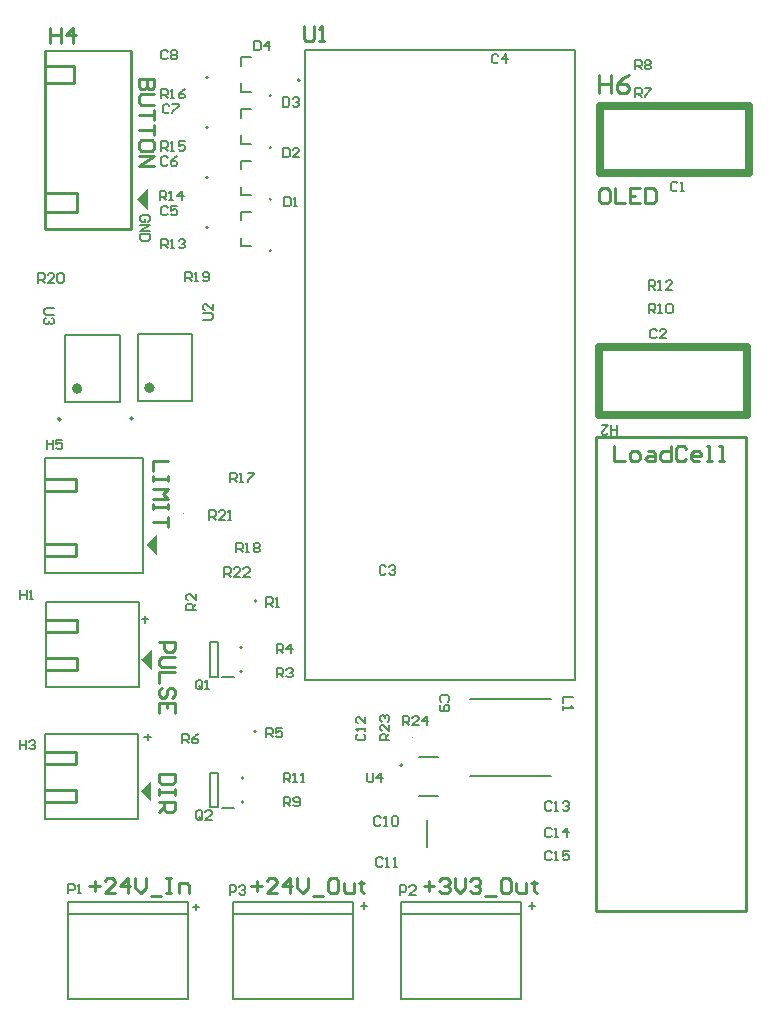
<source format=gto>
G04 Layer_Color=65535*
%FSTAX24Y24*%
%MOIN*%
G70*
G01*
G75*
%ADD48C,0.0079*%
%ADD49C,0.0020*%
%ADD50C,0.0000*%
%ADD51C,0.0100*%
%ADD52C,0.0250*%
%ADD53C,0.0050*%
G36*
X031365Y031855D02*
X031005Y032215D01*
X031015D01*
X031365Y032565D01*
Y031855D01*
D02*
G37*
G36*
X031195Y028046D02*
X030835Y028406D01*
X030845D01*
X031195Y028756D01*
Y028046D01*
D02*
G37*
G36*
X031165Y023645D02*
X030805Y024005D01*
X030815D01*
X031165Y024355D01*
Y023645D01*
D02*
G37*
G36*
X03105Y043395D02*
X03069Y043755D01*
X0307D01*
X03105Y044105D01*
Y043395D01*
D02*
G37*
G36*
X031217Y037339D02*
X030981D01*
Y037576D01*
X031217D01*
Y037339D01*
D02*
G37*
G36*
X028806Y037312D02*
X02857D01*
Y037549D01*
X028806D01*
Y037312D01*
D02*
G37*
D48*
X034627Y030311D02*
G03*
X034627Y030389I0J000039D01*
G01*
D02*
G03*
X034627Y030311I0J-000039D01*
G01*
Y025961D02*
G03*
X034627Y026039I0J000039D01*
G01*
D02*
G03*
X034627Y025961I0J-000039D01*
G01*
X033014Y042761D02*
G03*
X033014Y042839I0J000039D01*
G01*
D02*
G03*
X033014Y042761I0J-000039D01*
G01*
X033027Y044427D02*
G03*
X033027Y044506I0J000039D01*
G01*
D02*
G03*
X033027Y044427I0J-000039D01*
G01*
Y046094D02*
G03*
X033027Y046173I0J000039D01*
G01*
D02*
G03*
X033027Y046094I0J-000039D01*
G01*
Y047761D02*
G03*
X033027Y047839I0J000039D01*
G01*
D02*
G03*
X033027Y047761I0J-000039D01*
G01*
X034159Y027961D02*
G03*
X034159Y028039I0J000039D01*
G01*
D02*
G03*
X034159Y027961I0J-000039D01*
G01*
Y028761D02*
G03*
X034159Y028839I0J000039D01*
G01*
D02*
G03*
X034159Y028761I0J-000039D01*
G01*
X034209Y023611D02*
G03*
X034209Y023689I0J000039D01*
G01*
D02*
G03*
X034209Y023611I0J-000039D01*
G01*
Y024411D02*
G03*
X034209Y024489I0J000039D01*
G01*
D02*
G03*
X034209Y024411I0J-000039D01*
G01*
X036115Y0477D02*
G03*
X036115Y0477I-000039J0D01*
G01*
X039534Y024874D02*
G03*
X039534Y024874I-000039J0D01*
G01*
X030564Y036434D02*
G03*
X030564Y036434I-000056J0D01*
G01*
X031241Y037458D02*
G03*
X031241Y037458I-000142J0D01*
G01*
X028153Y036407D02*
G03*
X028153Y036407I-000056J0D01*
G01*
X02883Y037431D02*
G03*
X02883Y037431I-000142J0D01*
G01*
X04035Y022147D02*
Y023053D01*
X041791Y027074D02*
X044492D01*
X041791Y024526D02*
X044492D01*
X033526Y027809D02*
X033919D01*
X033388Y027825D02*
Y028975D01*
X033112D02*
X033388D01*
X033112Y027825D02*
Y028975D01*
Y027825D02*
X033388D01*
X033526Y023459D02*
X033919D01*
X033388Y023475D02*
Y024625D01*
X033112D02*
X033388D01*
X033112Y023475D02*
Y024625D01*
Y023475D02*
X033388D01*
X03087Y034053D02*
Y034492D01*
Y034771D02*
Y03511D01*
Y03128D02*
Y032338D01*
Y034492D02*
Y034771D01*
X02762Y03128D02*
X03087D01*
X02762D02*
Y03511D01*
X03087D01*
Y032338D02*
Y034053D01*
X02763Y04867D02*
X0305D01*
X030705Y037005D02*
X032516D01*
Y039249D01*
X030705D02*
X032516D01*
X030705Y037005D02*
Y039249D01*
X028294Y036978D02*
X030106D01*
Y039222D01*
X028294D02*
X030106D01*
X028294Y036978D02*
Y039222D01*
X03075Y028258D02*
Y029513D01*
X02765Y030301D02*
X03075D01*
X02765Y027471D02*
Y030301D01*
Y027471D02*
X03075D01*
Y029513D02*
Y030301D01*
Y027471D02*
Y028258D01*
X03072Y02307D02*
Y023858D01*
Y025113D02*
Y0259D01*
X02762Y02307D02*
X03072D01*
X02762D02*
Y0259D01*
X03072D01*
Y023858D02*
Y025113D01*
X041038Y02699D02*
X04109Y027043D01*
Y027148D01*
X041038Y0272D01*
X040828D01*
X040776Y027148D01*
Y027043D01*
X040828Y02699D01*
Y026885D02*
X040776Y026833D01*
Y026728D01*
X040828Y026675D01*
X041038D01*
X04109Y026728D01*
Y026833D01*
X041038Y026885D01*
X040985D01*
X040933Y026833D01*
Y026675D01*
X03835Y024615D02*
Y024352D01*
X038402Y0243D01*
X038507D01*
X03856Y024352D01*
Y024615D01*
X038822Y0243D02*
Y024615D01*
X038665Y024457D01*
X038875D01*
X027915Y0401D02*
X027652D01*
X0276Y040048D01*
Y039943D01*
X027652Y03989D01*
X027915D01*
X027862Y039785D02*
X027915Y039733D01*
Y039628D01*
X027862Y039575D01*
X02781D01*
X027757Y039628D01*
Y03968D01*
Y039628D01*
X027705Y039575D01*
X027652D01*
X0276Y039628D01*
Y039733D01*
X027652Y039785D01*
X032896Y039727D02*
X033158D01*
X033211Y03978D01*
Y039885D01*
X033158Y039937D01*
X032896D01*
X033211Y040252D02*
Y040042D01*
X033001Y040252D01*
X032948D01*
X032896Y0402D01*
Y040095D01*
X032948Y040042D01*
X039552Y0262D02*
Y026515D01*
X039709D01*
X039761Y026462D01*
Y026357D01*
X039709Y026305D01*
X039552D01*
X039657D02*
X039761Y0262D01*
X040076D02*
X039866D01*
X040076Y02641D01*
Y026462D01*
X040024Y026515D01*
X039919D01*
X039866Y026462D01*
X040339Y0262D02*
Y026515D01*
X040181Y026357D01*
X040391D01*
X0391Y0257D02*
X038785D01*
Y025857D01*
X038838Y02591D01*
X038943D01*
X038995Y025857D01*
Y0257D01*
Y025805D02*
X0391Y02591D01*
Y026225D02*
Y026015D01*
X03889Y026225D01*
X038838D01*
X038785Y026172D01*
Y026067D01*
X038838Y026015D01*
Y02633D02*
X038785Y026382D01*
Y026487D01*
X038838Y02654D01*
X03889D01*
X038943Y026487D01*
Y026435D01*
Y026487D01*
X038995Y02654D01*
X039048D01*
X0391Y026487D01*
Y026382D01*
X039048Y02633D01*
X0336Y03115D02*
Y031465D01*
X033757D01*
X03381Y031412D01*
Y031307D01*
X033757Y031255D01*
X0336D01*
X033705D02*
X03381Y03115D01*
X034125D02*
X033915D01*
X034125Y03136D01*
Y031412D01*
X034072Y031465D01*
X033967D01*
X033915Y031412D01*
X03444Y03115D02*
X03423D01*
X03444Y03136D01*
Y031412D01*
X034387Y031465D01*
X034282D01*
X03423Y031412D01*
X033098Y03305D02*
Y033365D01*
X033256D01*
X033308Y033312D01*
Y033207D01*
X033256Y033155D01*
X033098D01*
X033203D02*
X033308Y03305D01*
X033623D02*
X033413D01*
X033623Y03326D01*
Y033312D01*
X033571Y033365D01*
X033466D01*
X033413Y033312D01*
X033728Y03305D02*
X033833D01*
X033781D01*
Y033365D01*
X033728Y033312D01*
X0274Y04095D02*
Y041265D01*
X027557D01*
X02761Y041212D01*
Y041107D01*
X027557Y041055D01*
X0274D01*
X027505D02*
X02761Y04095D01*
X027925D02*
X027715D01*
X027925Y04116D01*
Y041212D01*
X027872Y041265D01*
X027767D01*
X027715Y041212D01*
X02803D02*
X028082Y041265D01*
X028187D01*
X02824Y041212D01*
Y041002D01*
X028187Y04095D01*
X028082D01*
X02803Y041002D01*
Y041212D01*
X0323Y041D02*
Y041315D01*
X032457D01*
X03251Y041262D01*
Y041157D01*
X032457Y041105D01*
X0323D01*
X032405D02*
X03251Y041D01*
X032615D02*
X03272D01*
X032667D01*
Y041315D01*
X032615Y041262D01*
X032877Y041052D02*
X03293Y041D01*
X033035D01*
X033087Y041052D01*
Y041262D01*
X033035Y041315D01*
X03293D01*
X032877Y041262D01*
Y04121D01*
X03293Y041157D01*
X033087D01*
X034Y031972D02*
Y032287D01*
X034157D01*
X03421Y032234D01*
Y032129D01*
X034157Y032077D01*
X034D01*
X034105D02*
X03421Y031972D01*
X034315D02*
X03442D01*
X034367D01*
Y032287D01*
X034315Y032234D01*
X034577D02*
X03463Y032287D01*
X034735D01*
X034787Y032234D01*
Y032182D01*
X034735Y032129D01*
X034787Y032077D01*
Y032024D01*
X034735Y031972D01*
X03463D01*
X034577Y032024D01*
Y032077D01*
X03463Y032129D01*
X034577Y032182D01*
Y032234D01*
X03463Y032129D02*
X034735D01*
X0338Y034314D02*
Y034629D01*
X033957D01*
X03401Y034576D01*
Y034472D01*
X033957Y034419D01*
X0338D01*
X033905D02*
X03401Y034314D01*
X034115D02*
X03422D01*
X034167D01*
Y034629D01*
X034115Y034576D01*
X034377Y034629D02*
X034587D01*
Y034576D01*
X034377Y034367D01*
Y034314D01*
X0315Y0471D02*
Y047415D01*
X031657D01*
X03171Y047362D01*
Y047257D01*
X031657Y047205D01*
X0315D01*
X031605D02*
X03171Y0471D01*
X031815D02*
X03192D01*
X031867D01*
Y047415D01*
X031815Y047362D01*
X032287Y047415D02*
X032182Y047362D01*
X032077Y047257D01*
Y047152D01*
X03213Y0471D01*
X032235D01*
X032287Y047152D01*
Y047205D01*
X032235Y047257D01*
X032077D01*
X0315Y04535D02*
Y045665D01*
X031657D01*
X03171Y045612D01*
Y045507D01*
X031657Y045455D01*
X0315D01*
X031605D02*
X03171Y04535D01*
X031815D02*
X03192D01*
X031867D01*
Y045665D01*
X031815Y045612D01*
X032287Y045665D02*
X032077D01*
Y045507D01*
X032182Y04556D01*
X032235D01*
X032287Y045507D01*
Y045402D01*
X032235Y04535D01*
X03213D01*
X032077Y045402D01*
X03145Y0437D02*
Y044015D01*
X031607D01*
X03166Y043962D01*
Y043857D01*
X031607Y043805D01*
X03145D01*
X031555D02*
X03166Y0437D01*
X031765D02*
X03187D01*
X031817D01*
Y044015D01*
X031765Y043962D01*
X032185Y0437D02*
Y044015D01*
X032027Y043857D01*
X032237D01*
X0315Y0421D02*
Y042415D01*
X031657D01*
X03171Y042362D01*
Y042257D01*
X031657Y042205D01*
X0315D01*
X031605D02*
X03171Y0421D01*
X031815D02*
X03192D01*
X031867D01*
Y042415D01*
X031815Y042362D01*
X032077D02*
X03213Y042415D01*
X032235D01*
X032287Y042362D01*
Y04231D01*
X032235Y042257D01*
X032182D01*
X032235D01*
X032287Y042205D01*
Y042152D01*
X032235Y0421D01*
X03213D01*
X032077Y042152D01*
X047744Y040731D02*
Y041046D01*
X047902D01*
X047954Y040993D01*
Y040888D01*
X047902Y040836D01*
X047744D01*
X047849D02*
X047954Y040731D01*
X048059D02*
X048164D01*
X048112D01*
Y041046D01*
X048059Y040993D01*
X048532Y040731D02*
X048322D01*
X048532Y040941D01*
Y040993D01*
X048479Y041046D01*
X048374D01*
X048322Y040993D01*
X035585Y0243D02*
Y024615D01*
X035743D01*
X035795Y024562D01*
Y024457D01*
X035743Y024405D01*
X035585D01*
X03569D02*
X035795Y0243D01*
X0359D02*
X036005D01*
X035953D01*
Y024615D01*
X0359Y024562D01*
X036163Y0243D02*
X036268D01*
X036215D01*
Y024615D01*
X036163Y024562D01*
X04775Y039938D02*
Y040253D01*
X047907D01*
X04796Y0402D01*
Y040095D01*
X047907Y040043D01*
X04775D01*
X047855D02*
X04796Y039938D01*
X048065D02*
X04817D01*
X048117D01*
Y040253D01*
X048065Y0402D01*
X048327D02*
X04838Y040253D01*
X048485D01*
X048537Y0402D01*
Y03999D01*
X048485Y039938D01*
X04838D01*
X048327Y03999D01*
Y0402D01*
X035585Y0235D02*
Y023815D01*
X035743D01*
X035795Y023762D01*
Y023657D01*
X035743Y023605D01*
X035585D01*
X03569D02*
X035795Y0235D01*
X0359Y023552D02*
X035953Y0235D01*
X036058D01*
X03611Y023552D01*
Y023762D01*
X036058Y023815D01*
X035953D01*
X0359Y023762D01*
Y02371D01*
X035953Y023657D01*
X03611D01*
X047292Y048068D02*
Y048382D01*
X04745D01*
X047502Y04833D01*
Y048225D01*
X04745Y048172D01*
X047292D01*
X047397D02*
X047502Y048068D01*
X047607Y04833D02*
X04766Y048382D01*
X047765D01*
X047817Y04833D01*
Y048277D01*
X047765Y048225D01*
X047817Y048172D01*
Y04812D01*
X047765Y048068D01*
X04766D01*
X047607Y04812D01*
Y048172D01*
X04766Y048225D01*
X047607Y048277D01*
Y04833D01*
X04766Y048225D02*
X047765D01*
X047292Y047137D02*
Y047451D01*
X04745D01*
X047502Y047399D01*
Y047294D01*
X04745Y047241D01*
X047292D01*
X047397D02*
X047502Y047137D01*
X047607Y047451D02*
X047817D01*
Y047399D01*
X047607Y047189D01*
Y047137D01*
X0322Y0256D02*
Y025915D01*
X032357D01*
X03241Y025862D01*
Y025757D01*
X032357Y025705D01*
X0322D01*
X032305D02*
X03241Y0256D01*
X032725Y025915D02*
X03262Y025862D01*
X032515Y025757D01*
Y025652D01*
X032567Y0256D01*
X032672D01*
X032725Y025652D01*
Y025705D01*
X032672Y025757D01*
X032515D01*
X035Y0258D02*
Y026115D01*
X035157D01*
X03521Y026062D01*
Y025957D01*
X035157Y025905D01*
X035D01*
X035105D02*
X03521Y0258D01*
X035525Y026115D02*
X035315D01*
Y025957D01*
X03542Y02601D01*
X035472D01*
X035525Y025957D01*
Y025852D01*
X035472Y0258D01*
X035367D01*
X035315Y025852D01*
X03535Y0286D02*
Y028915D01*
X035507D01*
X03556Y028862D01*
Y028757D01*
X035507Y028705D01*
X03535D01*
X035455D02*
X03556Y0286D01*
X035822D02*
Y028915D01*
X035665Y028757D01*
X035875D01*
X03535Y0278D02*
Y028115D01*
X035507D01*
X03556Y028062D01*
Y027957D01*
X035507Y027905D01*
X03535D01*
X035455D02*
X03556Y0278D01*
X035665Y028062D02*
X035717Y028115D01*
X035822D01*
X035875Y028062D01*
Y02801D01*
X035822Y027957D01*
X03577D01*
X035822D01*
X035875Y027905D01*
Y027852D01*
X035822Y0278D01*
X035717D01*
X035665Y027852D01*
X03265Y03005D02*
X032335D01*
Y030207D01*
X032388Y03026D01*
X032493D01*
X032545Y030207D01*
Y03005D01*
Y030155D02*
X03265Y03026D01*
Y030575D02*
Y030365D01*
X03244Y030575D01*
X032388D01*
X032335Y030522D01*
Y030417D01*
X032388Y030365D01*
X035Y03015D02*
Y030465D01*
X035157D01*
X03521Y030412D01*
Y030307D01*
X035157Y030255D01*
X035D01*
X035105D02*
X03521Y03015D01*
X035315D02*
X03542D01*
X035367D01*
Y030465D01*
X035315Y030412D01*
X03286Y023102D02*
Y023312D01*
X032807Y023365D01*
X032702D01*
X03265Y023312D01*
Y023102D01*
X032702Y02305D01*
X032807D01*
X032755Y023155D02*
X03286Y02305D01*
X032807D02*
X03286Y023102D01*
X033175Y02305D02*
X032965D01*
X033175Y02326D01*
Y023312D01*
X033122Y023365D01*
X033017D01*
X032965Y023312D01*
X03286Y027452D02*
Y027662D01*
X032807Y027715D01*
X032702D01*
X03265Y027662D01*
Y027452D01*
X032702Y0274D01*
X032807D01*
X032755Y027505D02*
X03286Y0274D01*
X032807D02*
X03286Y027452D01*
X032965Y0274D02*
X03307D01*
X033017D01*
Y027715D01*
X032965Y027662D01*
X033775Y02055D02*
Y020865D01*
X033932D01*
X033985Y020812D01*
Y020707D01*
X033932Y020655D01*
X033775D01*
X03409Y020812D02*
X034142Y020865D01*
X034247D01*
X0343Y020812D01*
Y02076D01*
X034247Y020707D01*
X034195D01*
X034247D01*
X0343Y020655D01*
Y020602D01*
X034247Y02055D01*
X034142D01*
X03409Y020602D01*
X03945Y02055D02*
Y020865D01*
X039607D01*
X03966Y020812D01*
Y020707D01*
X039607Y020655D01*
X03945D01*
X039975Y02055D02*
X039765D01*
X039975Y02076D01*
Y020812D01*
X039922Y020865D01*
X039817D01*
X039765Y020812D01*
X0284Y0206D02*
Y020915D01*
X028557D01*
X02861Y020862D01*
Y020757D01*
X028557Y020705D01*
X0284D01*
X028715Y0206D02*
X02882D01*
X028767D01*
Y020915D01*
X028715Y020862D01*
X045207Y02715D02*
X044892D01*
Y02694D01*
Y026835D02*
Y02673D01*
Y026783D01*
X045207D01*
X045154Y026835D01*
X02767Y035725D02*
Y03541D01*
Y035567D01*
X02788D01*
Y035725D01*
Y03541D01*
X028195Y035725D02*
X027985D01*
Y035567D01*
X02809Y03562D01*
X028142D01*
X028195Y035567D01*
Y035462D01*
X028142Y03541D01*
X028037D01*
X027985Y035462D01*
X02677Y025715D02*
Y0254D01*
Y025557D01*
X02698D01*
Y025715D01*
Y0254D01*
X027085Y025662D02*
X027137Y025715D01*
X027242D01*
X027295Y025662D01*
Y02561D01*
X027242Y025557D01*
X02719D01*
X027242D01*
X027295Y025505D01*
Y025452D01*
X027242Y0254D01*
X027137D01*
X027085Y025452D01*
X0467Y035885D02*
Y0362D01*
Y036043D01*
X04649D01*
Y035885D01*
Y0362D01*
X046175D02*
X046385D01*
X046175Y03599D01*
Y035938D01*
X046228Y035885D01*
X046333D01*
X046385Y035938D01*
X0268Y030716D02*
Y030401D01*
Y030558D01*
X02701D01*
Y030716D01*
Y030401D01*
X027115D02*
X02722D01*
X027167D01*
Y030716D01*
X027115Y030663D01*
X0346Y049015D02*
Y0487D01*
X034757D01*
X03481Y048752D01*
Y048962D01*
X034757Y049015D01*
X0346D01*
X035072Y0487D02*
Y049015D01*
X034915Y048857D01*
X035125D01*
X035554Y047134D02*
Y04682D01*
X035712D01*
X035764Y046872D01*
Y047082D01*
X035712Y047134D01*
X035554D01*
X035869Y047082D02*
X035921Y047134D01*
X036026D01*
X036079Y047082D01*
Y04703D01*
X036026Y046977D01*
X035974D01*
X036026D01*
X036079Y046925D01*
Y046872D01*
X036026Y04682D01*
X035921D01*
X035869Y046872D01*
X035567Y045447D02*
Y045133D01*
X035724D01*
X035777Y045185D01*
Y045395D01*
X035724Y045447D01*
X035567D01*
X036092Y045133D02*
X035882D01*
X036092Y045342D01*
Y045395D01*
X036039Y045447D01*
X035934D01*
X035882Y045395D01*
X0356Y043815D02*
Y0435D01*
X035757D01*
X03581Y043552D01*
Y043762D01*
X035757Y043815D01*
X0356D01*
X035915Y0435D02*
X03602D01*
X035967D01*
Y043815D01*
X035915Y043762D01*
X04451Y021962D02*
X044457Y022015D01*
X044352D01*
X0443Y021962D01*
Y021752D01*
X044352Y0217D01*
X044457D01*
X04451Y021752D01*
X044615Y0217D02*
X04472D01*
X044667D01*
Y022015D01*
X044615Y021962D01*
X045087Y022015D02*
X044877D01*
Y021857D01*
X044982Y02191D01*
X045035D01*
X045087Y021857D01*
Y021752D01*
X045035Y0217D01*
X04493D01*
X044877Y021752D01*
X04451Y022737D02*
X044457Y02279D01*
X044352D01*
X0443Y022737D01*
Y022527D01*
X044352Y022475D01*
X044457D01*
X04451Y022527D01*
X044615Y022475D02*
X04472D01*
X044667D01*
Y02279D01*
X044615Y022737D01*
X045035Y022475D02*
Y02279D01*
X044877Y022632D01*
X045087D01*
X04451Y023612D02*
X044457Y023665D01*
X044352D01*
X0443Y023612D01*
Y023402D01*
X044352Y02335D01*
X044457D01*
X04451Y023402D01*
X044615Y02335D02*
X04472D01*
X044667D01*
Y023665D01*
X044615Y023612D01*
X044877D02*
X04493Y023665D01*
X045035D01*
X045087Y023612D01*
Y02356D01*
X045035Y023507D01*
X044982D01*
X045035D01*
X045087Y023455D01*
Y023402D01*
X045035Y02335D01*
X04493D01*
X044877Y023402D01*
X038038Y02591D02*
X037985Y025857D01*
Y025752D01*
X038038Y0257D01*
X038248D01*
X0383Y025752D01*
Y025857D01*
X038248Y02591D01*
X0383Y026015D02*
Y02612D01*
Y026067D01*
X037985D01*
X038038Y026015D01*
X0383Y026487D02*
Y026277D01*
X03809Y026487D01*
X038038D01*
X037985Y026435D01*
Y02633D01*
X038038Y026277D01*
X038871Y021746D02*
X038818Y021799D01*
X038714D01*
X038661Y021746D01*
Y021536D01*
X038714Y021484D01*
X038818D01*
X038871Y021536D01*
X038976Y021484D02*
X039081D01*
X039028D01*
Y021799D01*
X038976Y021746D01*
X039238Y021484D02*
X039343D01*
X039291D01*
Y021799D01*
X039238Y021746D01*
X038811Y023112D02*
X038759Y023165D01*
X038654D01*
X038601Y023112D01*
Y022902D01*
X038654Y02285D01*
X038759D01*
X038811Y022902D01*
X038916Y02285D02*
X039021D01*
X038969D01*
Y023165D01*
X038916Y023112D01*
X039178D02*
X039231Y023165D01*
X039336D01*
X039388Y023112D01*
Y022902D01*
X039336Y02285D01*
X039231D01*
X039178Y022902D01*
Y023112D01*
X03171Y048662D02*
X031657Y048715D01*
X031552D01*
X0315Y048662D01*
Y048452D01*
X031552Y0484D01*
X031657D01*
X03171Y048452D01*
X031815Y048662D02*
X031867Y048715D01*
X031972D01*
X032025Y048662D01*
Y04861D01*
X031972Y048557D01*
X032025Y048505D01*
Y048452D01*
X031972Y0484D01*
X031867D01*
X031815Y048452D01*
Y048505D01*
X031867Y048557D01*
X031815Y04861D01*
Y048662D01*
X031867Y048557D02*
X031972D01*
X03176Y046862D02*
X031707Y046915D01*
X031602D01*
X03155Y046862D01*
Y046652D01*
X031602Y0466D01*
X031707D01*
X03176Y046652D01*
X031865Y046915D02*
X032075D01*
Y046862D01*
X031865Y046652D01*
Y0466D01*
X03171Y045112D02*
X031657Y045165D01*
X031552D01*
X0315Y045112D01*
Y044902D01*
X031552Y04485D01*
X031657D01*
X03171Y044902D01*
X032025Y045165D02*
X03192Y045112D01*
X031815Y045007D01*
Y044902D01*
X031867Y04485D01*
X031972D01*
X032025Y044902D01*
Y044955D01*
X031972Y045007D01*
X031815D01*
X03171Y043462D02*
X031657Y043515D01*
X031552D01*
X0315Y043462D01*
Y043252D01*
X031552Y0432D01*
X031657D01*
X03171Y043252D01*
X032025Y043515D02*
X031815D01*
Y043357D01*
X03192Y04341D01*
X031972D01*
X032025Y043357D01*
Y043252D01*
X031972Y0432D01*
X031867D01*
X031815Y043252D01*
X042731Y048529D02*
X042679Y048582D01*
X042574D01*
X042521Y048529D01*
Y048319D01*
X042574Y048267D01*
X042679D01*
X042731Y048319D01*
X042994Y048267D02*
Y048582D01*
X042836Y048424D01*
X043046D01*
X03898Y031482D02*
X038927Y031535D01*
X038822D01*
X03877Y031482D01*
Y031272D01*
X038822Y03122D01*
X038927D01*
X03898Y031272D01*
X039085Y031482D02*
X039137Y031535D01*
X039242D01*
X039295Y031482D01*
Y03143D01*
X039242Y031377D01*
X03919D01*
X039242D01*
X039295Y031325D01*
Y031272D01*
X039242Y03122D01*
X039137D01*
X039085Y031272D01*
X04801Y039362D02*
X047957Y039415D01*
X047852D01*
X0478Y039362D01*
Y039152D01*
X047852Y0391D01*
X047957D01*
X04801Y039152D01*
X048325Y0391D02*
X048115D01*
X048325Y03931D01*
Y039362D01*
X048272Y039415D01*
X048167D01*
X048115Y039362D01*
X048699Y044268D02*
X048646Y04432D01*
X048542D01*
X048489Y044268D01*
Y044058D01*
X048542Y044005D01*
X048646D01*
X048699Y044058D01*
X048804Y044005D02*
X048909D01*
X048856D01*
Y04432D01*
X048804Y044268D01*
X031062Y04299D02*
X031115Y043043D01*
Y043148D01*
X031062Y0432D01*
X030852D01*
X0308Y043148D01*
Y043043D01*
X030852Y04299D01*
X030957D01*
Y043095D01*
X0308Y042885D02*
X031115D01*
X0308Y042675D01*
X031115D01*
Y04257D02*
X0308D01*
Y042413D01*
X030852Y04236D01*
X031062D01*
X031115Y042413D01*
Y04257D01*
X030947Y02984D02*
Y02963D01*
X031052Y029735D02*
X030842D01*
X031037Y02592D02*
Y02571D01*
X031142Y025815D02*
X030932D01*
X043857Y0203D02*
Y02009D01*
X043962Y020195D02*
X043752D01*
X038257Y0203D02*
Y02009D01*
X038362Y020195D02*
X038152D01*
X032657Y02025D02*
Y02004D01*
X032762Y020145D02*
X032552D01*
D49*
X032224Y03324D02*
G03*
X032224Y03326I0J00001D01*
G01*
D02*
G03*
X032224Y03324I0J-00001D01*
G01*
X033424Y031304D02*
G03*
X033424Y031284I0J-00001D01*
G01*
D02*
G03*
X033424Y031304I0J00001D01*
G01*
X039874Y02581D02*
G03*
X039874Y02579I0J-00001D01*
G01*
D02*
G03*
X039874Y02581I0J00001D01*
G01*
D50*
X035166Y042028D02*
G03*
X035166Y042028I-000039J0D01*
G01*
Y043741D02*
G03*
X035166Y043741I-000039J0D01*
G01*
Y045454D02*
G03*
X035166Y045454I-000039J0D01*
G01*
Y047191D02*
G03*
X035166Y047191I-000039J0D01*
G01*
D51*
X02865Y03185D02*
G03*
X02866Y03186I0J00001D01*
G01*
X02765Y0344D02*
G03*
X02764Y03441I-00001J0D01*
G01*
X02766D02*
G03*
X02765Y0344I0J-00001D01*
G01*
X02768Y029701D02*
G03*
X02767Y029711I-00001J0D01*
G01*
X02769D02*
G03*
X02768Y029701I0J-00001D01*
G01*
X02868Y028051D02*
G03*
X02869Y028061I0J00001D01*
G01*
X02865Y02365D02*
G03*
X02866Y02366I0J00001D01*
G01*
X02766Y02531D02*
G03*
X02765Y0253I0J-00001D01*
G01*
D02*
G03*
X02764Y02531I-00001J0D01*
G01*
X046Y02D02*
Y0356D01*
Y02D02*
X051D01*
Y0358D01*
X0462D02*
X051D01*
X046D02*
X0462D01*
X046Y0356D02*
Y0358D01*
X02766Y03184D02*
X02866D01*
Y03225D01*
X02764D02*
X02866D01*
X02766Y03441D02*
X02865D01*
Y034D02*
Y03441D01*
X02763Y034D02*
X02865D01*
X02763Y04275D02*
X0305D01*
Y04867D01*
X02763Y04333D02*
X02867D01*
Y04395D01*
X02764D02*
X02867D01*
X02763Y04817D02*
X0286D01*
Y04766D02*
Y04817D01*
X02857Y04763D02*
X0286Y04766D01*
X02764Y04763D02*
X02857D01*
X02763Y04275D02*
Y04867D01*
X02769Y029711D02*
X02868D01*
Y029301D02*
Y029711D01*
X02766Y029301D02*
X02868D01*
X02767Y028451D02*
X02869D01*
Y028041D02*
Y028451D01*
X02769Y028041D02*
X02869D01*
X02766Y02364D02*
X02866D01*
Y02405D01*
X02764D02*
X02866D01*
X02763Y0249D02*
X02865D01*
Y02531D01*
X02766D02*
X02865D01*
X0461Y04789D02*
Y04729D01*
Y04759D01*
X0465D01*
Y04789D01*
Y04729D01*
X0471Y04789D02*
X0469Y04779D01*
X0467Y04759D01*
Y04739D01*
X0468Y04729D01*
X047D01*
X0471Y04739D01*
Y04749D01*
X047Y04759D01*
X0467D01*
X0278Y049462D02*
Y04895D01*
Y049206D01*
X028141D01*
Y049462D01*
Y04895D01*
X028567D02*
Y049462D01*
X028312Y049206D01*
X028653D01*
X03625Y049512D02*
Y049085D01*
X036335Y049D01*
X036506D01*
X036591Y049085D01*
Y049512D01*
X036762Y049D02*
X036932D01*
X036847D01*
Y049512D01*
X036762Y049426D01*
X031722Y03502D02*
X03121D01*
Y034679D01*
X031722Y034508D02*
Y034338D01*
Y034423D01*
X03121D01*
Y034508D01*
Y034338D01*
Y034082D02*
X031722D01*
X031551Y033911D01*
X031722Y033741D01*
X03121D01*
X031722Y03357D02*
Y0334D01*
Y033485D01*
X03121D01*
Y03357D01*
Y0334D01*
X031722Y033144D02*
Y032803D01*
Y032973D01*
X03121D01*
X031262Y04775D02*
X03075D01*
Y047494D01*
X030835Y047409D01*
X030921D01*
X031006Y047494D01*
Y04775D01*
Y047494D01*
X031091Y047409D01*
X031176D01*
X031262Y047494D01*
Y04775D01*
Y047238D02*
X030835D01*
X03075Y047153D01*
Y046983D01*
X030835Y046897D01*
X031262D01*
Y046727D02*
Y046386D01*
Y046556D01*
X03075D01*
X031262Y046215D02*
Y045874D01*
Y046045D01*
X03075D01*
X031262Y045448D02*
Y045618D01*
X031176Y045703D01*
X030835D01*
X03075Y045618D01*
Y045448D01*
X030835Y045362D01*
X031176D01*
X031262Y045448D01*
X03075Y045192D02*
X031262D01*
X03075Y044851D01*
X031262D01*
X03143Y02899D02*
X031942D01*
Y028734D01*
X031856Y028649D01*
X031686D01*
X031601Y028734D01*
Y02899D01*
X031942Y028478D02*
X031515D01*
X03143Y028393D01*
Y028223D01*
X031515Y028137D01*
X031942D01*
Y027967D02*
X03143D01*
Y027626D01*
X031856Y027114D02*
X031942Y027199D01*
Y02737D01*
X031856Y027455D01*
X031771D01*
X031686Y02737D01*
Y027199D01*
X031601Y027114D01*
X031515D01*
X03143Y027199D01*
Y02737D01*
X031515Y027455D01*
X031942Y026602D02*
Y026943D01*
X03143D01*
Y026602D01*
X031686Y026943D02*
Y026773D01*
X031942Y02458D02*
X03143D01*
Y024324D01*
X031515Y024239D01*
X031856D01*
X031942Y024324D01*
Y02458D01*
Y024068D02*
Y023898D01*
Y023983D01*
X03143D01*
Y024068D01*
Y023898D01*
Y023642D02*
X031942D01*
Y023386D01*
X031856Y023301D01*
X031686D01*
X031601Y023386D01*
Y023642D01*
Y023471D02*
X03143Y023301D01*
X0291Y020856D02*
X029441D01*
X029271Y021026D02*
Y020685D01*
X029953Y0206D02*
X029612D01*
X029953Y020941D01*
Y021026D01*
X029867Y021112D01*
X029697D01*
X029612Y021026D01*
X030379Y0206D02*
Y021112D01*
X030123Y020856D01*
X030464D01*
X030635Y021112D02*
Y020771D01*
X030805Y0206D01*
X030976Y020771D01*
Y021112D01*
X031147Y020515D02*
X031488D01*
X031658Y021112D02*
X031829D01*
X031744D01*
Y0206D01*
X031658D01*
X031829D01*
X032085D02*
Y020941D01*
X03234D01*
X032426Y020856D01*
Y0206D01*
X0345Y020856D02*
X034841D01*
X034671Y021026D02*
Y020685D01*
X035353Y0206D02*
X035012D01*
X035353Y020941D01*
Y021026D01*
X035267Y021112D01*
X035097D01*
X035012Y021026D01*
X035779Y0206D02*
Y021112D01*
X035523Y020856D01*
X035864D01*
X036035Y021112D02*
Y020771D01*
X036205Y0206D01*
X036376Y020771D01*
Y021112D01*
X036547Y020515D02*
X036888D01*
X037314Y021112D02*
X037143D01*
X037058Y021026D01*
Y020685D01*
X037143Y0206D01*
X037314D01*
X037399Y020685D01*
Y021026D01*
X037314Y021112D01*
X03757Y020941D02*
Y020685D01*
X037655Y0206D01*
X037911D01*
Y020941D01*
X038167Y021026D02*
Y020941D01*
X038082D01*
X038252D01*
X038167D01*
Y020685D01*
X038252Y0206D01*
X04025Y020856D02*
X040591D01*
X040421Y021026D02*
Y020685D01*
X040762Y021026D02*
X040847Y021112D01*
X041017D01*
X041103Y021026D01*
Y020941D01*
X041017Y020856D01*
X040932D01*
X041017D01*
X041103Y020771D01*
Y020685D01*
X041017Y0206D01*
X040847D01*
X040762Y020685D01*
X041273Y021112D02*
Y020771D01*
X041444Y0206D01*
X041614Y020771D01*
Y021112D01*
X041785Y021026D02*
X04187Y021112D01*
X042041D01*
X042126Y021026D01*
Y020941D01*
X042041Y020856D01*
X041955D01*
X042041D01*
X042126Y020771D01*
Y020685D01*
X042041Y0206D01*
X04187D01*
X041785Y020685D01*
X042297Y020515D02*
X042638D01*
X043064Y021112D02*
X042894D01*
X042808Y021026D01*
Y020685D01*
X042894Y0206D01*
X043064D01*
X043149Y020685D01*
Y021026D01*
X043064Y021112D01*
X04332Y020941D02*
Y020685D01*
X043405Y0206D01*
X043661D01*
Y020941D01*
X043917Y021026D02*
Y020941D01*
X043832D01*
X044002D01*
X043917D01*
Y020685D01*
X044002Y0206D01*
X046356Y044112D02*
X046185D01*
X0461Y044026D01*
Y043685D01*
X046185Y0436D01*
X046356D01*
X046441Y043685D01*
Y044026D01*
X046356Y044112D01*
X046612D02*
Y0436D01*
X046953D01*
X047464Y044112D02*
X047123D01*
Y0436D01*
X047464D01*
X047123Y043856D02*
X047294D01*
X047635Y044112D02*
Y0436D01*
X047891D01*
X047976Y043685D01*
Y044026D01*
X047891Y044112D01*
X047635D01*
X0466Y035512D02*
Y035D01*
X046941D01*
X047197D02*
X047367D01*
X047453Y035085D01*
Y035256D01*
X047367Y035341D01*
X047197D01*
X047112Y035256D01*
Y035085D01*
X047197Y035D01*
X047709Y035341D02*
X047879D01*
X047964Y035256D01*
Y035D01*
X047709D01*
X047623Y035085D01*
X047709Y035171D01*
X047964D01*
X048476Y035512D02*
Y035D01*
X04822D01*
X048135Y035085D01*
Y035256D01*
X04822Y035341D01*
X048476D01*
X048988Y035426D02*
X048902Y035512D01*
X048732D01*
X048647Y035426D01*
Y035085D01*
X048732Y035D01*
X048902D01*
X048988Y035085D01*
X049414Y035D02*
X049243D01*
X049158Y035085D01*
Y035256D01*
X049243Y035341D01*
X049414D01*
X049499Y035256D01*
Y035171D01*
X049158D01*
X04967Y035D02*
X04984D01*
X049755D01*
Y035512D01*
X04967D01*
X050096Y035D02*
X050267D01*
X050182D01*
Y035512D01*
X050096D01*
D52*
X046074Y03656D02*
X051026D01*
Y038812D01*
X046074D02*
X051026D01*
X046074Y03656D02*
Y038812D01*
X046124Y04461D02*
X051076D01*
Y046862D01*
X046124D02*
X051076D01*
X046124Y04461D02*
Y046862D01*
D53*
X0284Y01992D02*
X0324D01*
Y017086D02*
Y01992D01*
Y020314D01*
X0284D02*
X0324D01*
X0284Y01992D02*
Y020314D01*
Y017086D02*
Y01992D01*
Y017086D02*
X0324D01*
X0395Y01992D02*
X0435D01*
Y017086D02*
Y01992D01*
Y020314D01*
X0395D02*
X0435D01*
X0395Y01992D02*
Y020314D01*
Y017086D02*
Y01992D01*
Y017086D02*
X0435D01*
X033875Y01992D02*
X037875D01*
Y017086D02*
Y01992D01*
Y020314D01*
X033875D02*
X037875D01*
X033875Y01992D02*
Y020314D01*
Y017086D02*
Y01992D01*
Y017086D02*
X037875D01*
X0363Y0487D02*
X0453D01*
Y0277D02*
Y0487D01*
X0363Y0277D02*
X0453D01*
X0363D02*
Y0487D01*
X034162Y042166D02*
Y042442D01*
Y043032D02*
Y043308D01*
X034477D01*
X034162Y042166D02*
X034477D01*
X034162Y043879D02*
Y044155D01*
Y044745D02*
Y045021D01*
X034477D01*
X034162Y043879D02*
X034477D01*
X034162Y045592D02*
Y045868D01*
Y046458D02*
Y046734D01*
X034477D01*
X034162Y045592D02*
X034477D01*
X034162Y047329D02*
Y047605D01*
Y048195D02*
Y048471D01*
X034477D01*
X034162Y047329D02*
X034477D01*
X040085Y025138D02*
X040715D01*
X040085Y023862D02*
X040715D01*
M02*

</source>
